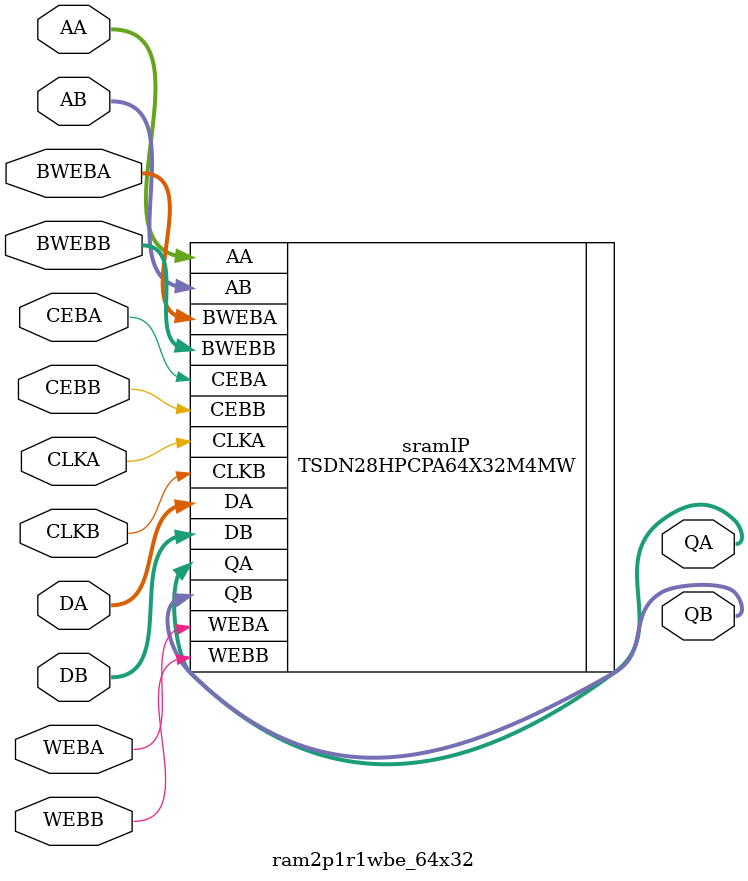
<source format=sv>

module ram2p1r1wbe_64x32(
  input  logic          CLKA,
  input  logic          CLKB,
  input  logic          CEBA,
  input  logic          CEBB,
  input  logic          WEBA,
  input  logic          WEBB,
  input  logic [5:0]    AA,
  input  logic [5:0]    AB,
  input  logic [31:0]   DA,
  input  logic [31:0]   DB,
  input  logic [31:0]   BWEBA,
  input  logic [31:0]   BWEBB,
  output logic [31:0]   QA,
  output logic [31:0]   QB
);

   // replace "generic64x32RAM" with "TSDN..64X32.." module from your memory vendor
   //generic64x32RAM sramIP (.CLKA, .CLKB, .CEBA, .CEBB, .WEBA, .WEBB,
   //       .AA, .AB, .DA, .DB, .BWEBA, .BWEBB, .QA, .QB);
  TSDN28HPCPA64X32M4MW sramIP(.CLKA, .CLKB, .CEBA, .CEBB, .WEBA, .WEBB,
    .AA, .AB, .DA, .DB, .BWEBA, .BWEBB, .QA, .QB);
endmodule

</source>
